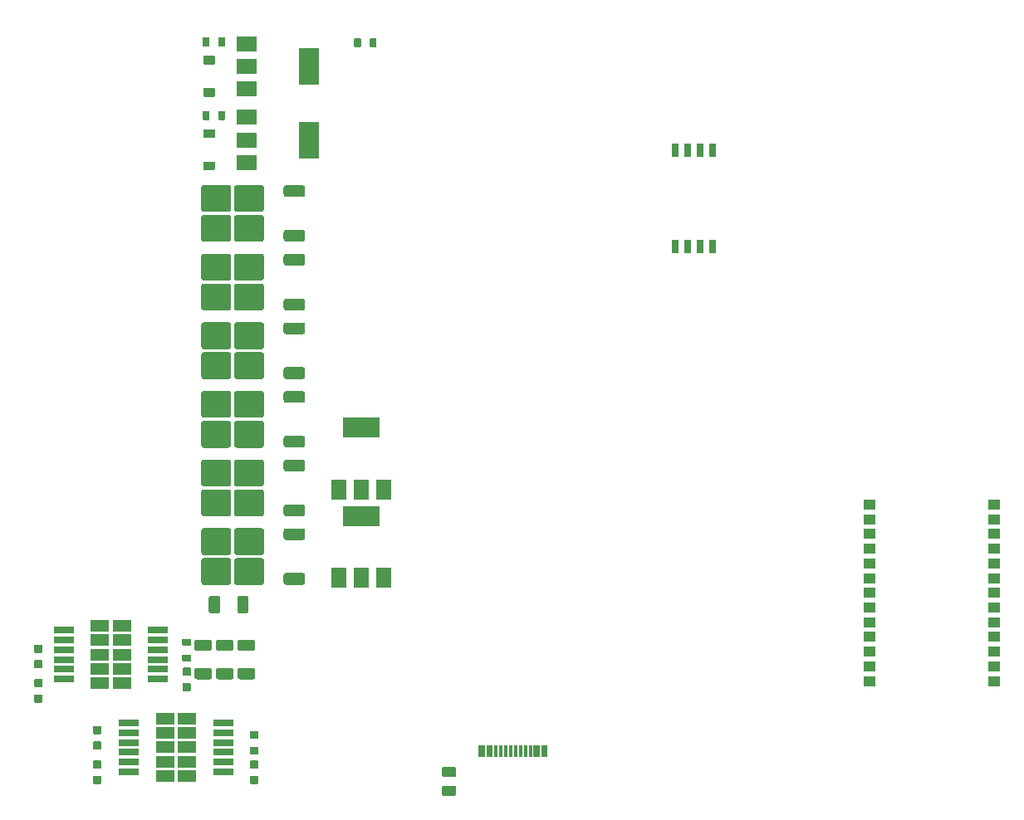
<source format=gtp>
G04 #@! TF.GenerationSoftware,KiCad,Pcbnew,7.0.10-7.0.10~ubuntu22.04.1*
G04 #@! TF.CreationDate,2024-01-13T08:18:28+00:00*
G04 #@! TF.ProjectId,uaefi,75616566-692e-46b6-9963-61645f706362,rev?*
G04 #@! TF.SameCoordinates,Original*
G04 #@! TF.FileFunction,Paste,Top*
G04 #@! TF.FilePolarity,Positive*
%FSLAX46Y46*%
G04 Gerber Fmt 4.6, Leading zero omitted, Abs format (unit mm)*
G04 Created by KiCad (PCBNEW 7.0.10-7.0.10~ubuntu22.04.1) date 2024-01-13 08:18:28*
%MOMM*%
%LPD*%
G01*
G04 APERTURE LIST*
%ADD10R,2.000000X1.500000*%
%ADD11R,2.000000X3.800000*%
%ADD12R,1.500000X2.000000*%
%ADD13R,3.800000X2.000000*%
%ADD14O,0.000001X0.000001*%
%ADD15R,1.300000X1.000000*%
%ADD16R,1.950000X1.160000*%
%ADD17R,2.000000X0.650000*%
%ADD18R,0.300000X1.150000*%
%ADD19R,0.690000X1.350000*%
G04 APERTURE END LIST*
G04 #@! TO.C,C24*
G36*
G01*
X7260000Y10215001D02*
X7940000Y10215001D01*
G75*
G02*
X8025000Y10130001I0J-85000D01*
G01*
X8025000Y9450001D01*
G75*
G02*
X7940000Y9365001I-85000J0D01*
G01*
X7260000Y9365001D01*
G75*
G02*
X7175000Y9450001I0J85000D01*
G01*
X7175000Y10130001D01*
G75*
G02*
X7260000Y10215001I85000J0D01*
G01*
G37*
G36*
G01*
X7260000Y8634999D02*
X7940000Y8634999D01*
G75*
G02*
X8025000Y8549999I0J-85000D01*
G01*
X8025000Y7869999D01*
G75*
G02*
X7940000Y7784999I-85000J0D01*
G01*
X7260000Y7784999D01*
G75*
G02*
X7175000Y7869999I0J85000D01*
G01*
X7175000Y8549999D01*
G75*
G02*
X7260000Y8634999I85000J0D01*
G01*
G37*
G04 #@! TD*
G04 #@! TO.C,Q10*
G36*
G01*
X28800000Y39570000D02*
X28800000Y38870000D01*
G75*
G02*
X28550000Y38620000I-250000J0D01*
G01*
X26850000Y38620000D01*
G75*
G02*
X26600000Y38870000I0J250000D01*
G01*
X26600000Y39570000D01*
G75*
G02*
X26850000Y39820000I250000J0D01*
G01*
X28550000Y39820000D01*
G75*
G02*
X28800000Y39570000I0J-250000D01*
G01*
G37*
G36*
G01*
X24600000Y41100000D02*
X24600000Y38850000D01*
G75*
G02*
X24350000Y38600000I-250000J0D01*
G01*
X21800000Y38600000D01*
G75*
G02*
X21550000Y38850000I0J250000D01*
G01*
X21550000Y41100000D01*
G75*
G02*
X21800000Y41350000I250000J0D01*
G01*
X24350000Y41350000D01*
G75*
G02*
X24600000Y41100000I0J-250000D01*
G01*
G37*
G36*
G01*
X24600000Y44150000D02*
X24600000Y41900000D01*
G75*
G02*
X24350000Y41650000I-250000J0D01*
G01*
X21800000Y41650000D01*
G75*
G02*
X21550000Y41900000I0J250000D01*
G01*
X21550000Y44150000D01*
G75*
G02*
X21800000Y44400000I250000J0D01*
G01*
X24350000Y44400000D01*
G75*
G02*
X24600000Y44150000I0J-250000D01*
G01*
G37*
G36*
G01*
X21250000Y41100000D02*
X21250000Y38850000D01*
G75*
G02*
X21000000Y38600000I-250000J0D01*
G01*
X18450000Y38600000D01*
G75*
G02*
X18200000Y38850000I0J250000D01*
G01*
X18200000Y41100000D01*
G75*
G02*
X18450000Y41350000I250000J0D01*
G01*
X21000000Y41350000D01*
G75*
G02*
X21250000Y41100000I0J-250000D01*
G01*
G37*
G36*
G01*
X21250000Y44150000D02*
X21250000Y41900000D01*
G75*
G02*
X21000000Y41650000I-250000J0D01*
G01*
X18450000Y41650000D01*
G75*
G02*
X18200000Y41900000I0J250000D01*
G01*
X18200000Y44150000D01*
G75*
G02*
X18450000Y44400000I250000J0D01*
G01*
X21000000Y44400000D01*
G75*
G02*
X21250000Y44150000I0J-250000D01*
G01*
G37*
G36*
G01*
X28800000Y44130000D02*
X28800000Y43430000D01*
G75*
G02*
X28550000Y43180000I-250000J0D01*
G01*
X26850000Y43180000D01*
G75*
G02*
X26600000Y43430000I0J250000D01*
G01*
X26600000Y44130000D01*
G75*
G02*
X26850000Y44380000I250000J0D01*
G01*
X28550000Y44380000D01*
G75*
G02*
X28800000Y44130000I0J-250000D01*
G01*
G37*
G04 #@! TD*
G04 #@! TO.C,Q7*
G36*
G01*
X28800000Y60570000D02*
X28800000Y59870000D01*
G75*
G02*
X28550000Y59620000I-250000J0D01*
G01*
X26850000Y59620000D01*
G75*
G02*
X26600000Y59870000I0J250000D01*
G01*
X26600000Y60570000D01*
G75*
G02*
X26850000Y60820000I250000J0D01*
G01*
X28550000Y60820000D01*
G75*
G02*
X28800000Y60570000I0J-250000D01*
G01*
G37*
G36*
G01*
X24600000Y62100000D02*
X24600000Y59850000D01*
G75*
G02*
X24350000Y59600000I-250000J0D01*
G01*
X21800000Y59600000D01*
G75*
G02*
X21550000Y59850000I0J250000D01*
G01*
X21550000Y62100000D01*
G75*
G02*
X21800000Y62350000I250000J0D01*
G01*
X24350000Y62350000D01*
G75*
G02*
X24600000Y62100000I0J-250000D01*
G01*
G37*
G36*
G01*
X24600000Y65150000D02*
X24600000Y62900000D01*
G75*
G02*
X24350000Y62650000I-250000J0D01*
G01*
X21800000Y62650000D01*
G75*
G02*
X21550000Y62900000I0J250000D01*
G01*
X21550000Y65150000D01*
G75*
G02*
X21800000Y65400000I250000J0D01*
G01*
X24350000Y65400000D01*
G75*
G02*
X24600000Y65150000I0J-250000D01*
G01*
G37*
G36*
G01*
X21250000Y62100000D02*
X21250000Y59850000D01*
G75*
G02*
X21000000Y59600000I-250000J0D01*
G01*
X18450000Y59600000D01*
G75*
G02*
X18200000Y59850000I0J250000D01*
G01*
X18200000Y62100000D01*
G75*
G02*
X18450000Y62350000I250000J0D01*
G01*
X21000000Y62350000D01*
G75*
G02*
X21250000Y62100000I0J-250000D01*
G01*
G37*
G36*
G01*
X21250000Y65150000D02*
X21250000Y62900000D01*
G75*
G02*
X21000000Y62650000I-250000J0D01*
G01*
X18450000Y62650000D01*
G75*
G02*
X18200000Y62900000I0J250000D01*
G01*
X18200000Y65150000D01*
G75*
G02*
X18450000Y65400000I250000J0D01*
G01*
X21000000Y65400000D01*
G75*
G02*
X21250000Y65150000I0J-250000D01*
G01*
G37*
G36*
G01*
X28800000Y65130000D02*
X28800000Y64430000D01*
G75*
G02*
X28550000Y64180000I-250000J0D01*
G01*
X26850000Y64180000D01*
G75*
G02*
X26600000Y64430000I0J250000D01*
G01*
X26600000Y65130000D01*
G75*
G02*
X26850000Y65380000I250000J0D01*
G01*
X28550000Y65380000D01*
G75*
G02*
X28800000Y65130000I0J-250000D01*
G01*
G37*
G04 #@! TD*
G04 #@! TO.C,Q8*
G36*
G01*
X28800000Y53570000D02*
X28800000Y52870000D01*
G75*
G02*
X28550000Y52620000I-250000J0D01*
G01*
X26850000Y52620000D01*
G75*
G02*
X26600000Y52870000I0J250000D01*
G01*
X26600000Y53570000D01*
G75*
G02*
X26850000Y53820000I250000J0D01*
G01*
X28550000Y53820000D01*
G75*
G02*
X28800000Y53570000I0J-250000D01*
G01*
G37*
G36*
G01*
X24600000Y55100000D02*
X24600000Y52850000D01*
G75*
G02*
X24350000Y52600000I-250000J0D01*
G01*
X21800000Y52600000D01*
G75*
G02*
X21550000Y52850000I0J250000D01*
G01*
X21550000Y55100000D01*
G75*
G02*
X21800000Y55350000I250000J0D01*
G01*
X24350000Y55350000D01*
G75*
G02*
X24600000Y55100000I0J-250000D01*
G01*
G37*
G36*
G01*
X24600000Y58150000D02*
X24600000Y55900000D01*
G75*
G02*
X24350000Y55650000I-250000J0D01*
G01*
X21800000Y55650000D01*
G75*
G02*
X21550000Y55900000I0J250000D01*
G01*
X21550000Y58150000D01*
G75*
G02*
X21800000Y58400000I250000J0D01*
G01*
X24350000Y58400000D01*
G75*
G02*
X24600000Y58150000I0J-250000D01*
G01*
G37*
G36*
G01*
X21250000Y55100000D02*
X21250000Y52850000D01*
G75*
G02*
X21000000Y52600000I-250000J0D01*
G01*
X18450000Y52600000D01*
G75*
G02*
X18200000Y52850000I0J250000D01*
G01*
X18200000Y55100000D01*
G75*
G02*
X18450000Y55350000I250000J0D01*
G01*
X21000000Y55350000D01*
G75*
G02*
X21250000Y55100000I0J-250000D01*
G01*
G37*
G36*
G01*
X21250000Y58150000D02*
X21250000Y55900000D01*
G75*
G02*
X21000000Y55650000I-250000J0D01*
G01*
X18450000Y55650000D01*
G75*
G02*
X18200000Y55900000I0J250000D01*
G01*
X18200000Y58150000D01*
G75*
G02*
X18450000Y58400000I250000J0D01*
G01*
X21000000Y58400000D01*
G75*
G02*
X21250000Y58150000I0J-250000D01*
G01*
G37*
G36*
G01*
X28800000Y58130000D02*
X28800000Y57430000D01*
G75*
G02*
X28550000Y57180000I-250000J0D01*
G01*
X26850000Y57180000D01*
G75*
G02*
X26600000Y57430000I0J250000D01*
G01*
X26600000Y58130000D01*
G75*
G02*
X26850000Y58380000I250000J0D01*
G01*
X28550000Y58380000D01*
G75*
G02*
X28800000Y58130000I0J-250000D01*
G01*
G37*
G04 #@! TD*
G04 #@! TO.C,C26*
G36*
G01*
X23260000Y6715001D02*
X23940000Y6715001D01*
G75*
G02*
X24025000Y6630001I0J-85000D01*
G01*
X24025000Y5950001D01*
G75*
G02*
X23940000Y5865001I-85000J0D01*
G01*
X23260000Y5865001D01*
G75*
G02*
X23175000Y5950001I0J85000D01*
G01*
X23175000Y6630001D01*
G75*
G02*
X23260000Y6715001I85000J0D01*
G01*
G37*
G36*
G01*
X23260000Y5134999D02*
X23940000Y5134999D01*
G75*
G02*
X24025000Y5049999I0J-85000D01*
G01*
X24025000Y4369999D01*
G75*
G02*
X23940000Y4284999I-85000J0D01*
G01*
X23260000Y4284999D01*
G75*
G02*
X23175000Y4369999I0J85000D01*
G01*
X23175000Y5049999D01*
G75*
G02*
X23260000Y5134999I85000J0D01*
G01*
G37*
G04 #@! TD*
D10*
G04 #@! TO.C,Q2*
X22850000Y79800000D03*
X22850000Y77500000D03*
X22850000Y75200000D03*
D11*
X29150000Y77500000D03*
G04 #@! TD*
G04 #@! TO.C,R1*
G36*
G01*
X36082497Y80315000D02*
X36082497Y79535000D01*
G75*
G02*
X36012497Y79465000I-70000J0D01*
G01*
X35452497Y79465000D01*
G75*
G02*
X35382497Y79535000I0J70000D01*
G01*
X35382497Y80315000D01*
G75*
G02*
X35452497Y80385000I70000J0D01*
G01*
X36012497Y80385000D01*
G75*
G02*
X36082497Y80315000I0J-70000D01*
G01*
G37*
G36*
G01*
X34482497Y80315000D02*
X34482497Y79535000D01*
G75*
G02*
X34412497Y79465000I-70000J0D01*
G01*
X33852497Y79465000D01*
G75*
G02*
X33782497Y79535000I0J70000D01*
G01*
X33782497Y80315000D01*
G75*
G02*
X33852497Y80385000I70000J0D01*
G01*
X34412497Y80385000D01*
G75*
G02*
X34482497Y80315000I0J-70000D01*
G01*
G37*
G04 #@! TD*
G04 #@! TO.C,C13*
G36*
G01*
X16385000Y16175001D02*
X17065000Y16175001D01*
G75*
G02*
X17150000Y16090001I0J-85000D01*
G01*
X17150000Y15410001D01*
G75*
G02*
X17065000Y15325001I-85000J0D01*
G01*
X16385000Y15325001D01*
G75*
G02*
X16300000Y15410001I0J85000D01*
G01*
X16300000Y16090001D01*
G75*
G02*
X16385000Y16175001I85000J0D01*
G01*
G37*
G36*
G01*
X16385000Y14594999D02*
X17065000Y14594999D01*
G75*
G02*
X17150000Y14509999I0J-85000D01*
G01*
X17150000Y13829999D01*
G75*
G02*
X17065000Y13744999I-85000J0D01*
G01*
X16385000Y13744999D01*
G75*
G02*
X16300000Y13829999I0J85000D01*
G01*
X16300000Y14509999D01*
G75*
G02*
X16385000Y14594999I85000J0D01*
G01*
G37*
G04 #@! TD*
G04 #@! TO.C,F4*
G36*
G01*
X17500000Y18105010D02*
X17500000Y18795010D01*
G75*
G02*
X17730000Y19025010I230000J0D01*
G01*
X19070000Y19025010D01*
G75*
G02*
X19300000Y18795010I0J-230000D01*
G01*
X19300000Y18105010D01*
G75*
G02*
X19070000Y17875010I-230000J0D01*
G01*
X17730000Y17875010D01*
G75*
G02*
X17500000Y18105010I0J230000D01*
G01*
G37*
G36*
G01*
X17500000Y15204990D02*
X17500000Y15894990D01*
G75*
G02*
X17730000Y16124990I230000J0D01*
G01*
X19070000Y16124990D01*
G75*
G02*
X19300000Y15894990I0J-230000D01*
G01*
X19300000Y15204990D01*
G75*
G02*
X19070000Y14974990I-230000J0D01*
G01*
X17730000Y14974990D01*
G75*
G02*
X17500000Y15204990I0J230000D01*
G01*
G37*
G04 #@! TD*
G04 #@! TO.C,C11*
G36*
G01*
X1260000Y18515001D02*
X1940000Y18515001D01*
G75*
G02*
X2025000Y18430001I0J-85000D01*
G01*
X2025000Y17750001D01*
G75*
G02*
X1940000Y17665001I-85000J0D01*
G01*
X1260000Y17665001D01*
G75*
G02*
X1175000Y17750001I0J85000D01*
G01*
X1175000Y18430001D01*
G75*
G02*
X1260000Y18515001I85000J0D01*
G01*
G37*
G36*
G01*
X1260000Y16934999D02*
X1940000Y16934999D01*
G75*
G02*
X2025000Y16849999I0J-85000D01*
G01*
X2025000Y16169999D01*
G75*
G02*
X1940000Y16084999I-85000J0D01*
G01*
X1260000Y16084999D01*
G75*
G02*
X1175000Y16169999I0J85000D01*
G01*
X1175000Y16849999D01*
G75*
G02*
X1260000Y16934999I85000J0D01*
G01*
G37*
G04 #@! TD*
D12*
G04 #@! TO.C,Q16*
X32200000Y34350000D03*
X34500000Y34350000D03*
X36800000Y34350000D03*
D13*
X34500000Y40650000D03*
G04 #@! TD*
G04 #@! TO.C,F3*
G36*
G01*
X19700000Y18105010D02*
X19700000Y18795010D01*
G75*
G02*
X19930000Y19025010I230000J0D01*
G01*
X21270000Y19025010D01*
G75*
G02*
X21500000Y18795010I0J-230000D01*
G01*
X21500000Y18105010D01*
G75*
G02*
X21270000Y17875010I-230000J0D01*
G01*
X19930000Y17875010D01*
G75*
G02*
X19700000Y18105010I0J230000D01*
G01*
G37*
G36*
G01*
X19700000Y15204990D02*
X19700000Y15894990D01*
G75*
G02*
X19930000Y16124990I230000J0D01*
G01*
X21270000Y16124990D01*
G75*
G02*
X21500000Y15894990I0J-230000D01*
G01*
X21500000Y15204990D01*
G75*
G02*
X21270000Y14974990I-230000J0D01*
G01*
X19930000Y14974990D01*
G75*
G02*
X19700000Y15204990I0J230000D01*
G01*
G37*
G04 #@! TD*
G04 #@! TO.C,C25*
G36*
G01*
X7940000Y4284999D02*
X7260000Y4284999D01*
G75*
G02*
X7175000Y4369999I0J85000D01*
G01*
X7175000Y5049999D01*
G75*
G02*
X7260000Y5134999I85000J0D01*
G01*
X7940000Y5134999D01*
G75*
G02*
X8025000Y5049999I0J-85000D01*
G01*
X8025000Y4369999D01*
G75*
G02*
X7940000Y4284999I-85000J0D01*
G01*
G37*
G36*
G01*
X7940000Y5865001D02*
X7260000Y5865001D01*
G75*
G02*
X7175000Y5950001I0J85000D01*
G01*
X7175000Y6630001D01*
G75*
G02*
X7260000Y6715001I85000J0D01*
G01*
X7940000Y6715001D01*
G75*
G02*
X8025000Y6630001I0J-85000D01*
G01*
X8025000Y5950001D01*
G75*
G02*
X7940000Y5865001I-85000J0D01*
G01*
G37*
G04 #@! TD*
G04 #@! TO.C,Q12*
G36*
G01*
X28800000Y25570000D02*
X28800000Y24870000D01*
G75*
G02*
X28550000Y24620000I-250000J0D01*
G01*
X26850000Y24620000D01*
G75*
G02*
X26600000Y24870000I0J250000D01*
G01*
X26600000Y25570000D01*
G75*
G02*
X26850000Y25820000I250000J0D01*
G01*
X28550000Y25820000D01*
G75*
G02*
X28800000Y25570000I0J-250000D01*
G01*
G37*
G36*
G01*
X24600000Y27100000D02*
X24600000Y24850000D01*
G75*
G02*
X24350000Y24600000I-250000J0D01*
G01*
X21800000Y24600000D01*
G75*
G02*
X21550000Y24850000I0J250000D01*
G01*
X21550000Y27100000D01*
G75*
G02*
X21800000Y27350000I250000J0D01*
G01*
X24350000Y27350000D01*
G75*
G02*
X24600000Y27100000I0J-250000D01*
G01*
G37*
G36*
G01*
X24600000Y30150000D02*
X24600000Y27900000D01*
G75*
G02*
X24350000Y27650000I-250000J0D01*
G01*
X21800000Y27650000D01*
G75*
G02*
X21550000Y27900000I0J250000D01*
G01*
X21550000Y30150000D01*
G75*
G02*
X21800000Y30400000I250000J0D01*
G01*
X24350000Y30400000D01*
G75*
G02*
X24600000Y30150000I0J-250000D01*
G01*
G37*
G36*
G01*
X21250000Y27100000D02*
X21250000Y24850000D01*
G75*
G02*
X21000000Y24600000I-250000J0D01*
G01*
X18450000Y24600000D01*
G75*
G02*
X18200000Y24850000I0J250000D01*
G01*
X18200000Y27100000D01*
G75*
G02*
X18450000Y27350000I250000J0D01*
G01*
X21000000Y27350000D01*
G75*
G02*
X21250000Y27100000I0J-250000D01*
G01*
G37*
G36*
G01*
X21250000Y30150000D02*
X21250000Y27900000D01*
G75*
G02*
X21000000Y27650000I-250000J0D01*
G01*
X18450000Y27650000D01*
G75*
G02*
X18200000Y27900000I0J250000D01*
G01*
X18200000Y30150000D01*
G75*
G02*
X18450000Y30400000I250000J0D01*
G01*
X21000000Y30400000D01*
G75*
G02*
X21250000Y30150000I0J-250000D01*
G01*
G37*
G36*
G01*
X28800000Y30130000D02*
X28800000Y29430000D01*
G75*
G02*
X28550000Y29180000I-250000J0D01*
G01*
X26850000Y29180000D01*
G75*
G02*
X26600000Y29430000I0J250000D01*
G01*
X26600000Y30130000D01*
G75*
G02*
X26850000Y30380000I250000J0D01*
G01*
X28550000Y30380000D01*
G75*
G02*
X28800000Y30130000I0J-250000D01*
G01*
G37*
G04 #@! TD*
D14*
G04 #@! TO.C,M7*
X30900003Y48299999D03*
G04 #@! TD*
D10*
G04 #@! TO.C,Q4*
X22850000Y72300000D03*
X22850000Y70000000D03*
X22850000Y67700000D03*
D11*
X29150000Y70000000D03*
G04 #@! TD*
G04 #@! TO.C,R9*
G36*
G01*
X16335000Y19110000D02*
X17115000Y19110000D01*
G75*
G02*
X17185000Y19040000I0J-70000D01*
G01*
X17185000Y18480000D01*
G75*
G02*
X17115000Y18410000I-70000J0D01*
G01*
X16335000Y18410000D01*
G75*
G02*
X16265000Y18480000I0J70000D01*
G01*
X16265000Y19040000D01*
G75*
G02*
X16335000Y19110000I70000J0D01*
G01*
G37*
G36*
G01*
X16335000Y17510000D02*
X17115000Y17510000D01*
G75*
G02*
X17185000Y17440000I0J-70000D01*
G01*
X17185000Y16880000D01*
G75*
G02*
X17115000Y16810000I-70000J0D01*
G01*
X16335000Y16810000D01*
G75*
G02*
X16265000Y16880000I0J70000D01*
G01*
X16265000Y17440000D01*
G75*
G02*
X16335000Y17510000I70000J0D01*
G01*
G37*
G04 #@! TD*
G04 #@! TO.C,Q9*
G36*
G01*
X28800000Y46570000D02*
X28800000Y45870000D01*
G75*
G02*
X28550000Y45620000I-250000J0D01*
G01*
X26850000Y45620000D01*
G75*
G02*
X26600000Y45870000I0J250000D01*
G01*
X26600000Y46570000D01*
G75*
G02*
X26850000Y46820000I250000J0D01*
G01*
X28550000Y46820000D01*
G75*
G02*
X28800000Y46570000I0J-250000D01*
G01*
G37*
G36*
G01*
X24600000Y48100000D02*
X24600000Y45850000D01*
G75*
G02*
X24350000Y45600000I-250000J0D01*
G01*
X21800000Y45600000D01*
G75*
G02*
X21550000Y45850000I0J250000D01*
G01*
X21550000Y48100000D01*
G75*
G02*
X21800000Y48350000I250000J0D01*
G01*
X24350000Y48350000D01*
G75*
G02*
X24600000Y48100000I0J-250000D01*
G01*
G37*
G36*
G01*
X24600000Y51150000D02*
X24600000Y48900000D01*
G75*
G02*
X24350000Y48650000I-250000J0D01*
G01*
X21800000Y48650000D01*
G75*
G02*
X21550000Y48900000I0J250000D01*
G01*
X21550000Y51150000D01*
G75*
G02*
X21800000Y51400000I250000J0D01*
G01*
X24350000Y51400000D01*
G75*
G02*
X24600000Y51150000I0J-250000D01*
G01*
G37*
G36*
G01*
X21250000Y48100000D02*
X21250000Y45850000D01*
G75*
G02*
X21000000Y45600000I-250000J0D01*
G01*
X18450000Y45600000D01*
G75*
G02*
X18200000Y45850000I0J250000D01*
G01*
X18200000Y48100000D01*
G75*
G02*
X18450000Y48350000I250000J0D01*
G01*
X21000000Y48350000D01*
G75*
G02*
X21250000Y48100000I0J-250000D01*
G01*
G37*
G36*
G01*
X21250000Y51150000D02*
X21250000Y48900000D01*
G75*
G02*
X21000000Y48650000I-250000J0D01*
G01*
X18450000Y48650000D01*
G75*
G02*
X18200000Y48900000I0J250000D01*
G01*
X18200000Y51150000D01*
G75*
G02*
X18450000Y51400000I250000J0D01*
G01*
X21000000Y51400000D01*
G75*
G02*
X21250000Y51150000I0J-250000D01*
G01*
G37*
G36*
G01*
X28800000Y51130000D02*
X28800000Y50430000D01*
G75*
G02*
X28550000Y50180000I-250000J0D01*
G01*
X26850000Y50180000D01*
G75*
G02*
X26600000Y50430000I0J250000D01*
G01*
X26600000Y51130000D01*
G75*
G02*
X26850000Y51380000I250000J0D01*
G01*
X28550000Y51380000D01*
G75*
G02*
X28800000Y51130000I0J-250000D01*
G01*
G37*
G04 #@! TD*
D15*
G04 #@! TO.C,U5*
X99000000Y14800000D03*
X99000000Y16300000D03*
X99000000Y17800000D03*
X99000000Y19300000D03*
X99000000Y20800000D03*
X99000000Y22300000D03*
X99000000Y23800000D03*
X99000000Y25300000D03*
X99000000Y26800000D03*
X99000000Y28300000D03*
X99000000Y29800000D03*
X99000000Y31300000D03*
X99000000Y32800000D03*
X86300000Y32800000D03*
X86300000Y31300000D03*
X86300000Y29800000D03*
X86300000Y28300000D03*
X86300000Y26800000D03*
X86300000Y25300000D03*
X86300000Y23800000D03*
X86300000Y22300000D03*
X86300000Y20800000D03*
X86300000Y19300000D03*
X86300000Y17800000D03*
X86300000Y16300000D03*
X86300000Y14800000D03*
G04 #@! TD*
G04 #@! TO.C,R13*
G36*
G01*
X18350000Y72110000D02*
X18350000Y72890000D01*
G75*
G02*
X18420000Y72960000I70000J0D01*
G01*
X18980000Y72960000D01*
G75*
G02*
X19050000Y72890000I0J-70000D01*
G01*
X19050000Y72110000D01*
G75*
G02*
X18980000Y72040000I-70000J0D01*
G01*
X18420000Y72040000D01*
G75*
G02*
X18350000Y72110000I0J70000D01*
G01*
G37*
G36*
G01*
X19950000Y72110000D02*
X19950000Y72890000D01*
G75*
G02*
X20020000Y72960000I70000J0D01*
G01*
X20580000Y72960000D01*
G75*
G02*
X20650000Y72890000I0J-70000D01*
G01*
X20650000Y72110000D01*
G75*
G02*
X20580000Y72040000I-70000J0D01*
G01*
X20020000Y72040000D01*
G75*
G02*
X19950000Y72110000I0J70000D01*
G01*
G37*
G04 #@! TD*
G04 #@! TO.C,F1*
G36*
G01*
X21900000Y18105010D02*
X21900000Y18795010D01*
G75*
G02*
X22130000Y19025010I230000J0D01*
G01*
X23470000Y19025010D01*
G75*
G02*
X23700000Y18795010I0J-230000D01*
G01*
X23700000Y18105010D01*
G75*
G02*
X23470000Y17875010I-230000J0D01*
G01*
X22130000Y17875010D01*
G75*
G02*
X21900000Y18105010I0J230000D01*
G01*
G37*
G36*
G01*
X21900000Y15204990D02*
X21900000Y15894990D01*
G75*
G02*
X22130000Y16124990I230000J0D01*
G01*
X23470000Y16124990D01*
G75*
G02*
X23700000Y15894990I0J-230000D01*
G01*
X23700000Y15204990D01*
G75*
G02*
X23470000Y14974990I-230000J0D01*
G01*
X22130000Y14974990D01*
G75*
G02*
X21900000Y15204990I0J230000D01*
G01*
G37*
G04 #@! TD*
G04 #@! TO.C,R4*
G36*
G01*
X42849609Y6019610D02*
X44099609Y6019610D01*
G75*
G02*
X44199609Y5919610I0J-100000D01*
G01*
X44199609Y5119610D01*
G75*
G02*
X44099609Y5019610I-100000J0D01*
G01*
X42849609Y5019610D01*
G75*
G02*
X42749609Y5119610I0J100000D01*
G01*
X42749609Y5919610D01*
G75*
G02*
X42849609Y6019610I100000J0D01*
G01*
G37*
G36*
G01*
X42849609Y4119588D02*
X44099609Y4119588D01*
G75*
G02*
X44199609Y4019588I0J-100000D01*
G01*
X44199609Y3219588D01*
G75*
G02*
X44099609Y3119588I-100000J0D01*
G01*
X42849609Y3119588D01*
G75*
G02*
X42749609Y3219588I0J100000D01*
G01*
X42749609Y4019588D01*
G75*
G02*
X42849609Y4119588I100000J0D01*
G01*
G37*
G04 #@! TD*
G04 #@! TO.C,R11*
G36*
G01*
X18350000Y79610000D02*
X18350000Y80390000D01*
G75*
G02*
X18420000Y80460000I70000J0D01*
G01*
X18980000Y80460000D01*
G75*
G02*
X19050000Y80390000I0J-70000D01*
G01*
X19050000Y79610000D01*
G75*
G02*
X18980000Y79540000I-70000J0D01*
G01*
X18420000Y79540000D01*
G75*
G02*
X18350000Y79610000I0J70000D01*
G01*
G37*
G36*
G01*
X19950000Y79610000D02*
X19950000Y80390000D01*
G75*
G02*
X20020000Y80460000I70000J0D01*
G01*
X20580000Y80460000D01*
G75*
G02*
X20650000Y80390000I0J-70000D01*
G01*
X20650000Y79610000D01*
G75*
G02*
X20580000Y79540000I-70000J0D01*
G01*
X20020000Y79540000D01*
G75*
G02*
X19950000Y79610000I0J70000D01*
G01*
G37*
G04 #@! TD*
G04 #@! TO.C,D3*
G36*
G01*
X19510000Y74400000D02*
X18490000Y74400000D01*
G75*
G02*
X18400000Y74490000I0J90000D01*
G01*
X18400000Y75210000D01*
G75*
G02*
X18490000Y75300000I90000J0D01*
G01*
X19510000Y75300000D01*
G75*
G02*
X19600000Y75210000I0J-90000D01*
G01*
X19600000Y74490000D01*
G75*
G02*
X19510000Y74400000I-90000J0D01*
G01*
G37*
G36*
G01*
X19510000Y77700000D02*
X18490000Y77700000D01*
G75*
G02*
X18400000Y77790000I0J90000D01*
G01*
X18400000Y78510000D01*
G75*
G02*
X18490000Y78600000I90000J0D01*
G01*
X19510000Y78600000D01*
G75*
G02*
X19600000Y78510000I0J-90000D01*
G01*
X19600000Y77790000D01*
G75*
G02*
X19510000Y77700000I-90000J0D01*
G01*
G37*
G04 #@! TD*
D16*
G04 #@! TO.C,U1*
X7875000Y20420000D03*
X7875000Y18960000D03*
X7875000Y17500000D03*
X7875000Y16040000D03*
X7875000Y14580000D03*
X10125000Y20420000D03*
X10125000Y18960000D03*
X10125000Y17500000D03*
X10125000Y16040000D03*
X10125000Y14580000D03*
D17*
X4200000Y20000000D03*
X4200000Y19000000D03*
X4200000Y18000000D03*
X4200000Y17000000D03*
X4200000Y16000000D03*
X4200000Y15000000D03*
X13800000Y15000000D03*
X13800000Y16000000D03*
X13800000Y17000000D03*
X13800000Y18000000D03*
X13800000Y19000000D03*
X13800000Y20000000D03*
G04 #@! TD*
D16*
G04 #@! TO.C,U2*
X14500000Y10960000D03*
X14500000Y9500000D03*
X14500000Y8040000D03*
X14500000Y6580000D03*
X14500000Y5120000D03*
X16750000Y10960000D03*
X16750000Y9500000D03*
X16750000Y8040000D03*
X16750000Y6580000D03*
X16750000Y5120000D03*
D17*
X10825000Y10540000D03*
X10825000Y9540000D03*
X10825000Y8540000D03*
X10825000Y7540000D03*
X10825000Y6540000D03*
X10825000Y5540000D03*
X20425000Y5540000D03*
X20425000Y6540000D03*
X20425000Y7540000D03*
X20425000Y8540000D03*
X20425000Y9540000D03*
X20425000Y10540000D03*
G04 #@! TD*
G04 #@! TO.C,Q11*
G36*
G01*
X28800000Y32570000D02*
X28800000Y31870000D01*
G75*
G02*
X28550000Y31620000I-250000J0D01*
G01*
X26850000Y31620000D01*
G75*
G02*
X26600000Y31870000I0J250000D01*
G01*
X26600000Y32570000D01*
G75*
G02*
X26850000Y32820000I250000J0D01*
G01*
X28550000Y32820000D01*
G75*
G02*
X28800000Y32570000I0J-250000D01*
G01*
G37*
G36*
G01*
X24600000Y34100000D02*
X24600000Y31850000D01*
G75*
G02*
X24350000Y31600000I-250000J0D01*
G01*
X21800000Y31600000D01*
G75*
G02*
X21550000Y31850000I0J250000D01*
G01*
X21550000Y34100000D01*
G75*
G02*
X21800000Y34350000I250000J0D01*
G01*
X24350000Y34350000D01*
G75*
G02*
X24600000Y34100000I0J-250000D01*
G01*
G37*
G36*
G01*
X24600000Y37150000D02*
X24600000Y34900000D01*
G75*
G02*
X24350000Y34650000I-250000J0D01*
G01*
X21800000Y34650000D01*
G75*
G02*
X21550000Y34900000I0J250000D01*
G01*
X21550000Y37150000D01*
G75*
G02*
X21800000Y37400000I250000J0D01*
G01*
X24350000Y37400000D01*
G75*
G02*
X24600000Y37150000I0J-250000D01*
G01*
G37*
G36*
G01*
X21250000Y34100000D02*
X21250000Y31850000D01*
G75*
G02*
X21000000Y31600000I-250000J0D01*
G01*
X18450000Y31600000D01*
G75*
G02*
X18200000Y31850000I0J250000D01*
G01*
X18200000Y34100000D01*
G75*
G02*
X18450000Y34350000I250000J0D01*
G01*
X21000000Y34350000D01*
G75*
G02*
X21250000Y34100000I0J-250000D01*
G01*
G37*
G36*
G01*
X21250000Y37150000D02*
X21250000Y34900000D01*
G75*
G02*
X21000000Y34650000I-250000J0D01*
G01*
X18450000Y34650000D01*
G75*
G02*
X18200000Y34900000I0J250000D01*
G01*
X18200000Y37150000D01*
G75*
G02*
X18450000Y37400000I250000J0D01*
G01*
X21000000Y37400000D01*
G75*
G02*
X21250000Y37150000I0J-250000D01*
G01*
G37*
G36*
G01*
X28800000Y37130000D02*
X28800000Y36430000D01*
G75*
G02*
X28550000Y36180000I-250000J0D01*
G01*
X26850000Y36180000D01*
G75*
G02*
X26600000Y36430000I0J250000D01*
G01*
X26600000Y37130000D01*
G75*
G02*
X26850000Y37380000I250000J0D01*
G01*
X28550000Y37380000D01*
G75*
G02*
X28800000Y37130000I0J-250000D01*
G01*
G37*
G04 #@! TD*
D18*
G04 #@! TO.C,J9*
X46650000Y7670000D03*
X47450000Y7670000D03*
X48750000Y7670000D03*
X49750000Y7670000D03*
X50250000Y7670000D03*
X51250000Y7670000D03*
X52550000Y7670000D03*
X53350000Y7670000D03*
X53050000Y7670000D03*
X52250000Y7670000D03*
X51750000Y7670000D03*
X50750000Y7670000D03*
X49250000Y7670000D03*
X48250000Y7670000D03*
X47750000Y7670000D03*
X46950000Y7670000D03*
G04 #@! TD*
G04 #@! TO.C,F2*
G36*
G01*
X19894990Y21700000D02*
X19204990Y21700000D01*
G75*
G02*
X18974990Y21930000I0J230000D01*
G01*
X18974990Y23270000D01*
G75*
G02*
X19204990Y23500000I230000J0D01*
G01*
X19894990Y23500000D01*
G75*
G02*
X20124990Y23270000I0J-230000D01*
G01*
X20124990Y21930000D01*
G75*
G02*
X19894990Y21700000I-230000J0D01*
G01*
G37*
G36*
G01*
X22795010Y21700000D02*
X22105010Y21700000D01*
G75*
G02*
X21875010Y21930000I0J230000D01*
G01*
X21875010Y23270000D01*
G75*
G02*
X22105010Y23500000I230000J0D01*
G01*
X22795010Y23500000D01*
G75*
G02*
X23025010Y23270000I0J-230000D01*
G01*
X23025010Y21930000D01*
G75*
G02*
X22795010Y21700000I-230000J0D01*
G01*
G37*
G04 #@! TD*
G04 #@! TO.C,D5*
G36*
G01*
X19510000Y66900000D02*
X18490000Y66900000D01*
G75*
G02*
X18400000Y66990000I0J90000D01*
G01*
X18400000Y67710000D01*
G75*
G02*
X18490000Y67800000I90000J0D01*
G01*
X19510000Y67800000D01*
G75*
G02*
X19600000Y67710000I0J-90000D01*
G01*
X19600000Y66990000D01*
G75*
G02*
X19510000Y66900000I-90000J0D01*
G01*
G37*
G36*
G01*
X19510000Y70200000D02*
X18490000Y70200000D01*
G75*
G02*
X18400000Y70290000I0J90000D01*
G01*
X18400000Y71010000D01*
G75*
G02*
X18490000Y71100000I90000J0D01*
G01*
X19510000Y71100000D01*
G75*
G02*
X19600000Y71010000I0J-90000D01*
G01*
X19600000Y70290000D01*
G75*
G02*
X19510000Y70200000I-90000J0D01*
G01*
G37*
G04 #@! TD*
G04 #@! TO.C,R14*
G36*
G01*
X23210000Y9650000D02*
X23990000Y9650000D01*
G75*
G02*
X24060000Y9580000I0J-70000D01*
G01*
X24060000Y9020000D01*
G75*
G02*
X23990000Y8950000I-70000J0D01*
G01*
X23210000Y8950000D01*
G75*
G02*
X23140000Y9020000I0J70000D01*
G01*
X23140000Y9580000D01*
G75*
G02*
X23210000Y9650000I70000J0D01*
G01*
G37*
G36*
G01*
X23210000Y8050000D02*
X23990000Y8050000D01*
G75*
G02*
X24060000Y7980000I0J-70000D01*
G01*
X24060000Y7420000D01*
G75*
G02*
X23990000Y7350000I-70000J0D01*
G01*
X23210000Y7350000D01*
G75*
G02*
X23140000Y7420000I0J70000D01*
G01*
X23140000Y7980000D01*
G75*
G02*
X23210000Y8050000I70000J0D01*
G01*
G37*
G04 #@! TD*
D12*
G04 #@! TO.C,Q17*
X32200000Y25350000D03*
X34500000Y25350000D03*
X36800000Y25350000D03*
D13*
X34500000Y31650000D03*
G04 #@! TD*
D19*
G04 #@! TO.C,U3*
X70323250Y68942500D03*
X70323250Y59100000D03*
X69053250Y59100000D03*
X67783250Y59100000D03*
X66513250Y59100000D03*
X66513250Y68942500D03*
X67783250Y68942500D03*
X69053250Y68942500D03*
G04 #@! TD*
G04 #@! TO.C,C12*
G36*
G01*
X1940000Y12584999D02*
X1260000Y12584999D01*
G75*
G02*
X1175000Y12669999I0J85000D01*
G01*
X1175000Y13349999D01*
G75*
G02*
X1260000Y13434999I85000J0D01*
G01*
X1940000Y13434999D01*
G75*
G02*
X2025000Y13349999I0J-85000D01*
G01*
X2025000Y12669999D01*
G75*
G02*
X1940000Y12584999I-85000J0D01*
G01*
G37*
G36*
G01*
X1940000Y14165001D02*
X1260000Y14165001D01*
G75*
G02*
X1175000Y14250001I0J85000D01*
G01*
X1175000Y14930001D01*
G75*
G02*
X1260000Y15015001I85000J0D01*
G01*
X1940000Y15015001D01*
G75*
G02*
X2025000Y14930001I0J-85000D01*
G01*
X2025000Y14250001D01*
G75*
G02*
X1940000Y14165001I-85000J0D01*
G01*
G37*
G04 #@! TD*
M02*

</source>
